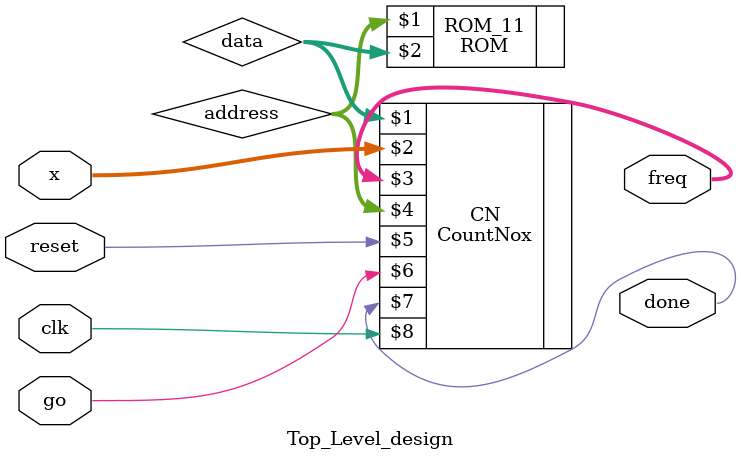
<source format=v>

module Top_Level_design #(parameter SIZE=8) (
	 input   [7:0]  x,
	 output  [7:0]  freq,
	 input go,
	 output done,
	 input reset,

    input clk
);

wire [7:0] address, data; 


CountNox #(SIZE) CN      (data, x, freq, address, reset, go, done, clk);

ROM      #(SIZE) ROM_11  (address, data);

endmodule

</source>
